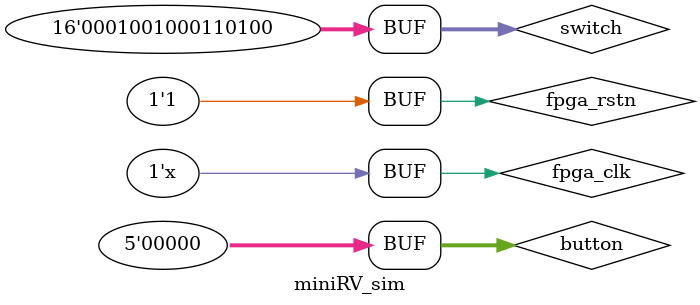
<source format=v>
`timescale 1ns / 1ps

module miniRV_sim();

    reg fpga_rstn;
    reg fpga_clk;
    reg [15:0] switch;
    reg [ 4:0] button;
    
    wire [ 7:0]  dig_en;
    wire         DN_A;
    wire         DN_B;
    wire         DN_C;
    wire         DN_D;
    wire         DN_E;
    wire         DN_F;
    wire         DN_G;
    wire         DN_DP;
    wire [15:0]  led;

    initial begin
        fpga_rstn = 0;
        fpga_clk  = 0;
        #23
        fpga_rstn = 1;
        switch    = 16'h12_34;
        button    = 5'h0;
    end

    always #5 fpga_clk = !fpga_clk;

    miniRV_SoC DUT (
        .fpga_rstn  (fpga_rstn),
        .fpga_clk   (fpga_clk),
        .switch     (switch),
        .button     (button),
        .dig_en     (dig_en),
        .DN_A0      (DN_A),
        .DN_B0      (DN_B),
        .DN_C0      (DN_C),
        .DN_D0      (DN_D),
        .DN_E0      (DN_E),
        .DN_F0      (DN_F),
        .DN_G0      (DN_G),
        .DN_DP0     (DN_DP),
        .led        (led)
    );

endmodule

</source>
